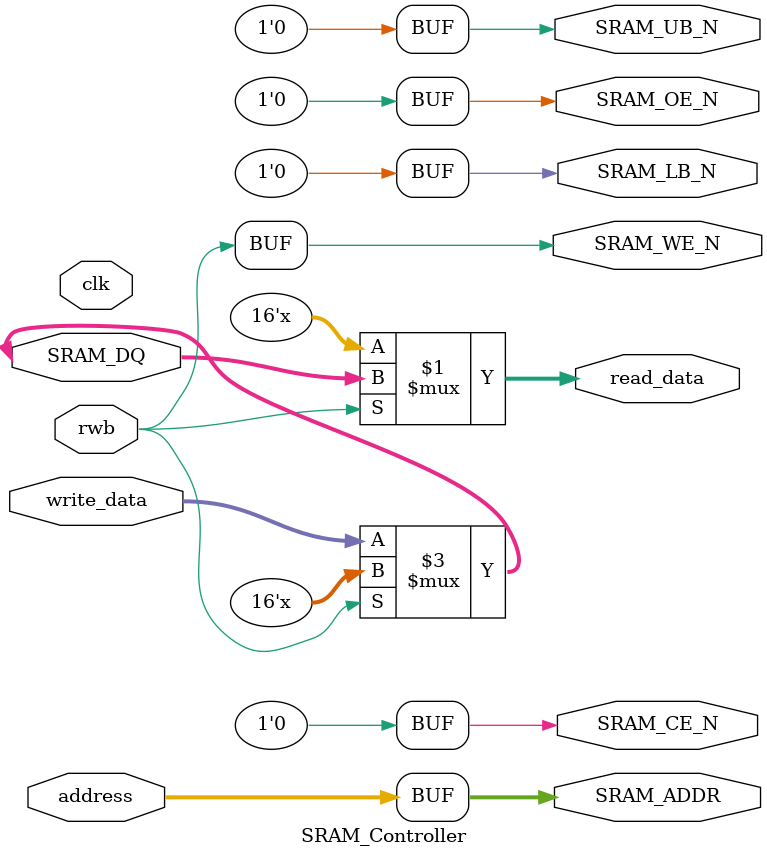
<source format=v>
/*****************************************************************************
 *                                                                           *
 * Module:       SRAM_Controller                                             *
 * Description:                                                              *
 *      This module is used for the sram controller for 3TB4 lab 4           *
 *                                                                           *
 *****************************************************************************/

module SRAM_Controller (
input clk,       //done
input	[17:0]	address, //done
input	rwb,
input	[15:0]	write_data,

// Bidirectionals
inout wire [15:0] SRAM_DQ,   //used for both reading and writing

// Outputs
output wire [15:0]	read_data,

output [17:0]	SRAM_ADDR,
output SRAM_CE_N,
output SRAM_WE_N,
output SRAM_OE_N,
output SRAM_UB_N,
output SRAM_LB_N
);

assign SRAM_ADDR = address; //Telling the SRAM that this is the address that we are interested in. //d
assign SRAM_CE_N = 1'b0;
assign SRAM_WE_N = rwb;
assign SRAM_OE_N = 1'b0;
assign SRAM_UB_N = 1'b0;
assign SRAM_LB_N = 1'b0;

assign read_data = (rwb)?SRAM_DQ:16'bz;
assign SRAM_DQ = (!rwb)?write_data:16'bz;
// write
endmodule

</source>
